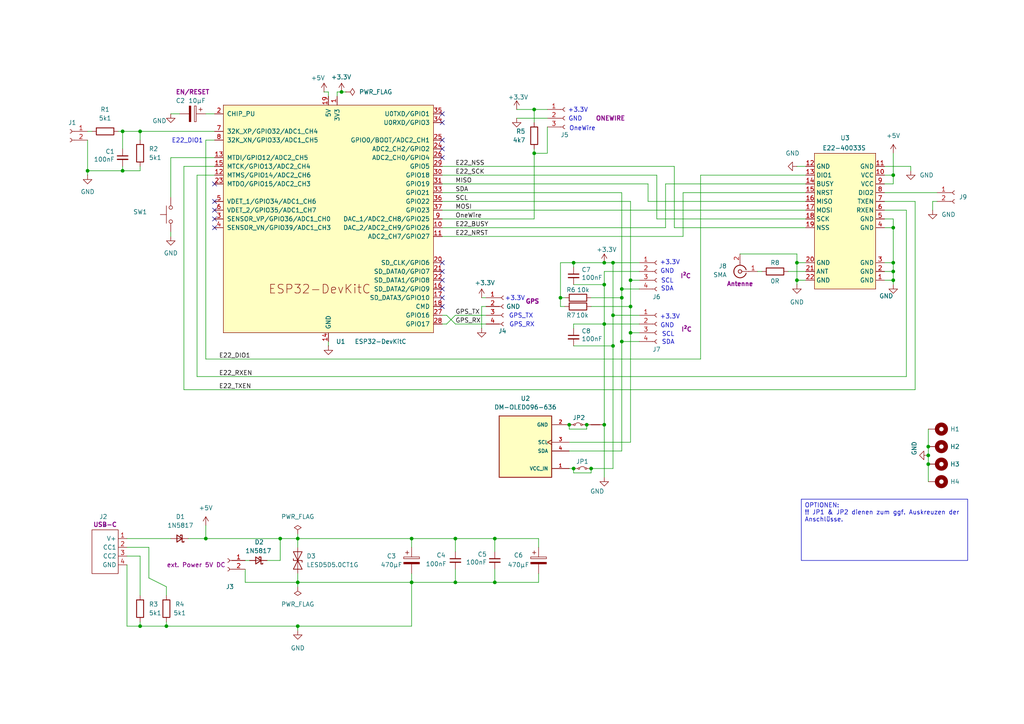
<source format=kicad_sch>
(kicad_sch (version 20231120) (generator "eeschema") (generator_version "8.0")
  (paper "A4")
  (title_block (title "ESP32 - E22 Board") (date "2024-10-11") (rev "V2.0.12") (company "DK9BT / OE3WAS"))
  (lib_symbols
    (symbol "Connector:Conn_01x02_Socket" (pin_names (offset 1.016) hide)
      (property "Reference" "J" (at 0 2.54 0))
      (property "Value" "Conn_01x02_Socket" (at 0 -5.08 0))
      (symbol "Conn_01x02_Socket_1_1"
        (arc (start 0 -2.032) (mid -0.5058 -2.54) (end 0 -3.048) (stroke (width 0.1524)))
        (polyline (pts (xy -1.27 -2.54) (xy -0.508 -2.54)) (stroke (width 0.1524)))
        (polyline (pts (xy -1.27 0) (xy -0.508 0)) (stroke (width 0.1524)))
        (arc (start 0 0.508) (mid -0.5058 0) (end 0 -0.508) (stroke (width 0.1524)))
        (pin passive line (at -5.08 0 0) (length 3.81) (name "Pin_1") (number "1"))
        (pin passive line (at -5.08 -2.54 0) (length 3.81) (name "Pin_2") (number "2"))
      )
    )
    (symbol "Connector:Conn_01x03_Socket" (pin_names (offset 1.016) hide)
      (property "Reference" "J" (at 0 5.08 0))
      (property "Value" "Conn_01x03_Socket" (at 0 -5.08 0))
      (symbol "Conn_01x03_Socket_1_1"
        (arc (start 0 -2.032) (mid -0.5058 -2.54) (end 0 -3.048) (stroke (width 0.1524)))
        (polyline (pts (xy -1.27 -2.54) (xy -0.508 -2.54)) (stroke (width 0.1524)))
        (polyline (pts (xy -1.27 0) (xy -0.508 0)) (stroke (width 0.1524)))
        (polyline (pts (xy -1.27 2.54) (xy -0.508 2.54)) (stroke (width 0.1524)))
        (arc (start 0 0.508) (mid -0.5058 0) (end 0 -0.508) (stroke (width 0.1524)))
        (arc (start 0 3.048) (mid -0.5058 2.54) (end 0 2.032) (stroke (width 0.1524)))
        (pin passive line (at -5.08 2.54 0) (length 3.81) (name "Pin_1") (number "1"))
        (pin passive line (at -5.08 0 0) (length 3.81) (name "Pin_2") (number "2"))
        (pin passive line (at -5.08 -2.54 0) (length 3.81) (name "Pin_3") (number "3"))
      )
    )
    (symbol "Connector:Conn_01x04_Socket" (pin_names (offset 1.016) hide)
      (property "Reference" "J" (at 0 5.08 0))
      (property "Value" "Conn_01x04_Socket" (at 0 -7.62 0))
      (symbol "Conn_01x04_Socket_1_1"
        (arc (start 0 -4.572) (mid -0.5058 -5.08) (end 0 -5.588) (stroke (width 0.1524)))
        (arc (start 0 -2.032) (mid -0.5058 -2.54) (end 0 -3.048) (stroke (width 0.1524)))
        (polyline (pts (xy -1.27 -5.08) (xy -0.508 -5.08)) (stroke (width 0.1524)))
        (polyline (pts (xy -1.27 -2.54) (xy -0.508 -2.54)) (stroke (width 0.1524)))
        (polyline (pts (xy -1.27 0) (xy -0.508 0)) (stroke (width 0.1524)))
        (polyline (pts (xy -1.27 2.54) (xy -0.508 2.54)) (stroke (width 0.1524)))
        (arc (start 0 0.508) (mid -0.5058 0) (end 0 -0.508) (stroke (width 0.1524)))
        (arc (start 0 3.048) (mid -0.5058 2.54) (end 0 2.032) (stroke (width 0.1524)))
        (pin passive line (at -5.08 2.54 0) (length 3.81) (name "Pin_1") (number "1"))
        (pin passive line (at -5.08 0 0) (length 3.81) (name "Pin_2") (number "2"))
        (pin passive line (at -5.08 -2.54 0) (length 3.81) (name "Pin_3") (number "3"))
        (pin passive line (at -5.08 -5.08 0) (length 3.81) (name "Pin_4") (number "4"))
      )
    )
    (symbol "Connector:Conn_Coaxial" (pin_names (offset 1.016) hide)
      (property "Reference" "J" (at 0.254 3.048 0))
      (property "Value" "Conn_Coaxial" (at 2.921 0 90))
      (symbol "Conn_Coaxial_0_1"
        (arc (start -1.778 -0.508) (mid 0.2311 -1.8066) (end 1.778 0) (stroke (width 0.254)))
        (polyline (pts (xy -2.54 0) (xy -0.508 0)))
        (polyline (pts (xy 0 -2.54) (xy 0 -1.778)))
        (circle (center 0 0) (radius 0.508) (stroke (width 0.2032)))
        (arc (start 1.778 0) (mid 0.2099 1.8101) (end -1.778 0.508) (stroke (width 0.254)))
      )
      (symbol "Conn_Coaxial_1_1"
        (pin passive line (at -5.08 0 0) (length 2.54) (name "In") (number "1"))
        (pin passive line (at 0 -5.08 90) (length 2.54) (name "Ext") (number "2"))
      )
    )
    (symbol "DM-OLED096-636:DM-OLED096-636" (pin_names (offset 1.016))
      (property "Reference" "U" (at -7.62 10.922 0))
      (property "Value" "DM-OLED096-636" (at -7.62 -10.16 0))
      (symbol "DM-OLED096-636_0_0"
        (rectangle (start -7.62 -7.62) (end 7.62 10.16) (stroke (width 0.254)) (fill (type background)))
        (pin input clock (at 12.7 2.54 180) (length 5.08) (name "SCL") (number "3"))
        (pin bidirectional line (at 12.7 0 180) (length 5.08) (name "SDA") (number "4"))
      )
      (symbol "DM-OLED096-636_1_0"
        (pin input line (at 12.7 -5.08 180) (length 5.08) (name "VCC_IN") (number "1"))
        (pin input line (at 12.7 7.62 180) (length 5.08) (name "GND") (number "2"))
      )
    )
    (symbol "Device:C_Polarized" (pin_numbers hide) (pin_names (offset 0.254))
      (property "Reference" "C" (at 0.635 2.54 0))
      (property "Value" "C_Polarized" (at 0.635 -2.54 0))
      (symbol "C_Polarized_0_1"
        (rectangle (start -2.286 0.508) (end 2.286 1.016))
        (polyline (pts (xy -1.778 2.286) (xy -0.762 2.286)))
        (polyline (pts (xy -1.27 2.794) (xy -1.27 1.778)))
        (rectangle (start 2.286 -0.508) (end -2.286 -1.016) (fill (type outline)))
      )
      (symbol "C_Polarized_1_1"
        (pin passive line (at 0 3.81 270) (length 2.794) (name "~") (number "1"))
        (pin passive line (at 0 -3.81 90) (length 2.794) (name "~") (number "2"))
      )
    )
    (symbol "Device:C_Small" (pin_numbers hide) (pin_names (offset 0.254) hide)
      (property "Reference" "C" (at 0.254 1.778 0))
      (property "Value" "C_Small" (at 0.254 -2.032 0))
      (symbol "C_Small_0_1"
        (polyline (pts (xy -1.524 -0.508) (xy 1.524 -0.508)) (stroke (width 0.3302)))
        (polyline (pts (xy -1.524 0.508) (xy 1.524 0.508)) (stroke (width 0.3048)))
      )
      (symbol "C_Small_1_1"
        (pin passive line (at 0 2.54 270) (length 2.032) (name "~") (number "1"))
        (pin passive line (at 0 -2.54 90) (length 2.032) (name "~") (number "2"))
      )
    )
    (symbol "Device:D_Schottky_Small" (pin_numbers hide) (pin_names (offset 0.254) hide)
      (property "Reference" "D" (at -1.27 2.032 0))
      (property "Value" "D_Schottky_Small" (at -7.112 -2.032 0))
      (symbol "D_Schottky_Small_0_1"
        (polyline (pts (xy -0.762 0) (xy 0.762 0)))
        (polyline (pts (xy 0.762 -1.016) (xy -0.762 0) (xy 0.762 1.016) (xy 0.762 -1.016)) (stroke (width 0.254)))
        (polyline (pts (xy -1.27 0.762) (xy -1.27 1.016) (xy -0.762 1.016) (xy -0.762 -1.016) (xy -0.254 -1.016) (xy -0.254 -0.762)) (stroke (width 0.254)))
      )
      (symbol "D_Schottky_Small_1_1"
        (pin passive line (at -2.54 0 0) (length 1.778) (name "K") (number "1"))
        (pin passive line (at 2.54 0 180) (length 1.778) (name "A") (number "2"))
      )
    )
    (symbol "Device:R" (pin_numbers hide) (pin_names (offset 0))
      (property "Reference" "R" (at 2.032 0 90))
      (property "Value" "R" (at 0 0 90))
      (symbol "R_0_1"
        (rectangle (start -1.016 -2.54) (end 1.016 2.54) (stroke (width 0.254)))
      )
      (symbol "R_1_1"
        (pin passive line (at 0 3.81 270) (length 1.27) (name "~") (number "1"))
        (pin passive line (at 0 -3.81 90) (length 1.27) (name "~") (number "2"))
      )
    )
    (symbol "Diode:SD05_SOD323" (pin_numbers hide) (pin_names (offset 1.016) hide)
      (property "Reference" "D" (at 0 2.54 0))
      (property "Value" "SD05_SOD323" (at 0 -2.54 0))
      (symbol "SD05_SOD323_0_1"
        (polyline (pts (xy 1.27 0) (xy -1.27 0)))
        (polyline (pts (xy -2.54 -1.27) (xy 0 0) (xy -2.54 1.27) (xy -2.54 -1.27)) (stroke (width 0.2032)))
        (polyline (pts (xy 0.508 1.27) (xy 0 1.27) (xy 0 -1.27) (xy -0.508 -1.27)) (stroke (width 0.2032)))
        (polyline (pts (xy 2.54 1.27) (xy 2.54 -1.27) (xy 0 0) (xy 2.54 1.27)) (stroke (width 0.2032)))
      )
      (symbol "SD05_SOD323_1_1"
        (pin passive line (at -3.81 0 0) (length 2.54) (name "A1") (number "1"))
        (pin passive line (at 3.81 0 180) (length 2.54) (name "A2") (number "2"))
      )
    )
    (symbol "E22:E22_400M33S"
      (property "Value" "~" (at 0 0 0))
      (property "Footprint" "footprints_local:E22-400M33S" (at 8.89 1.905 0))
      (symbol "E22_400M33S_1_1"
        (rectangle (start 0 0) (end 17.78 -39.37) (fill (type background)))
        (pin power_in line (at 20.32 -36.83 180) (length 2.54) (name "GND") (number "1"))
        (pin power_in line (at 20.32 -6.35 180) (length 2.54) (name "VCC") (number "10"))
        (pin power_in line (at 20.32 -3.81 180) (length 2.54) (name "GND") (number "11"))
        (pin power_in line (at -2.54 -3.81 0) (length 2.54) (name "GND") (number "12"))
        (pin bidirectional line (at -2.54 -6.35 0) (length 2.54) (name "DIO1") (number "13"))
        (pin output line (at -2.54 -8.89 0) (length 2.54) (name "BUSY") (number "14"))
        (pin input line (at -2.54 -11.43 0) (length 2.54) (name "NRST") (number "15"))
        (pin output line (at -2.54 -13.97 0) (length 2.54) (name "MISO") (number "16"))
        (pin input line (at -2.54 -16.51 0) (length 2.54) (name "MOSI") (number "17"))
        (pin input line (at -2.54 -19.05 0) (length 2.54) (name "SCK") (number "18"))
        (pin input line (at -2.54 -21.59 0) (length 2.54) (name "NSS") (number "19"))
        (pin power_in line (at 20.32 -34.29 180) (length 2.54) (name "GND") (number "2"))
        (pin power_in line (at -2.54 -31.75 0) (length 2.54) (name "GND") (number "20"))
        (pin bidirectional line (at -2.54 -34.29 0) (length 2.54) (name "ANT") (number "21"))
        (pin power_in line (at -2.54 -36.83 0) (length 2.54) (name "GND") (number "22"))
        (pin power_in line (at 20.32 -31.75 180) (length 2.54) (name "GND") (number "3"))
        (pin power_in line (at 20.32 -21.59 180) (length 2.54) (name "GND") (number "4"))
        (pin power_in line (at 20.32 -19.05 180) (length 2.54) (name "GND") (number "5"))
        (pin input line (at 20.32 -16.51 180) (length 2.54) (name "RXEN") (number "6"))
        (pin input line (at 20.32 -13.97 180) (length 2.54) (name "TXEN") (number "7"))
        (pin bidirectional line (at 20.32 -11.43 180) (length 2.54) (name "DIO2") (number "8"))
        (pin power_in line (at 20.32 -8.89 180) (length 2.54) (name "VCC") (number "9"))
      )
    )
    (symbol "ESP32:ESP32-DevKitC" (pin_names (offset 1.016))
      (property "Reference" "U" (at -30.48 38.1 0))
      (property "Value" "ESP32-DevKitC" (at -30.48 35.56 0))
      (symbol "ESP32-DevKitC_0_0"
        (text "ESP32-DevKitC" (at -2.54 -20.32 0) (effects (font (size 2.54 2.54))))
        (pin power_in line (at 0 -35.56 90) (length 2.54) (name "GND") (number "14"))
        (pin power_in line (at 0 35.56 270) (length 2.54) (name "5V") (number "19"))
      )
      (symbol "ESP32-DevKitC_0_1"
        (rectangle (start -30.48 33.02) (end 30.48 -33.02) (fill (type background)))
      )
      (symbol "ESP32-DevKitC_1_1"
        (pin power_in line (at 2.54 35.56 270) (length 2.54) (name "3V3") (number "1"))
        (pin bidirectional line (at 33.02 -2.54 180) (length 2.54) (name "DAC_2/ADC2_CH9/GPIO26") (number "10"))
        (pin bidirectional line (at 33.02 -5.08 180) (length 2.54) (name "ADC2_CH7/GPIO27") (number "11"))
        (pin bidirectional line (at -33.02 12.7 0) (length 2.54) (name "MTMS/GPIO14/ADC2_CH6") (number "12"))
        (pin bidirectional line (at -33.02 17.78 0) (length 2.54) (name "MTDI/GPIO12/ADC2_CH5") (number "13"))
        (pin bidirectional line (at -33.02 15.24 0) (length 2.54) (name "MTCK/GPIO13/ADC2_CH4") (number "15"))
        (pin bidirectional line (at 33.02 -20.32 180) (length 2.54) (name "SD_DATA2/GPIO9") (number "16"))
        (pin bidirectional line (at 33.02 -22.86 180) (length 2.54) (name "SD_DATA3/GPIO10") (number "17"))
        (pin bidirectional line (at 33.02 -25.4 180) (length 2.54) (name "CMD") (number "18"))
        (pin input line (at -33.02 30.48 0) (length 2.54) (name "CHIP_PU") (number "2"))
        (pin bidirectional line (at 33.02 -12.7 180) (length 2.54) (name "SD_CLK/GPIO6") (number "20"))
        (pin bidirectional line (at 33.02 -15.24 180) (length 2.54) (name "SD_DATA0/GPIO7") (number "21"))
        (pin bidirectional line (at 33.02 -17.78 180) (length 2.54) (name "SD_DATA1/GPIO8") (number "22"))
        (pin bidirectional line (at -33.02 10.16 0) (length 2.54) (name "MTDO/GPIO15/ADC2_CH3") (number "23"))
        (pin bidirectional line (at 33.02 20.32 180) (length 2.54) (name "ADC2_CH2/GPIO2") (number "24"))
        (pin bidirectional line (at 33.02 22.86 180) (length 2.54) (name "GPIO0/BOOT/ADC2_CH1") (number "25"))
        (pin bidirectional line (at 33.02 17.78 180) (length 2.54) (name "ADC2_CH0/GPIO4") (number "26"))
        (pin bidirectional line (at 33.02 -27.94 180) (length 2.54) (name "GPIO16") (number "27"))
        (pin bidirectional line (at 33.02 -30.48 180) (length 2.54) (name "GPIO17") (number "28"))
        (pin bidirectional line (at 33.02 15.24 180) (length 2.54) (name "GPIO5") (number "29"))
        (pin input line (at -33.02 0 0) (length 2.54) (name "SENSOR_VP/GPIO36/ADC1_CH0") (number "3"))
        (pin bidirectional line (at 33.02 12.7 180) (length 2.54) (name "GPIO18") (number "30"))
        (pin bidirectional line (at 33.02 10.16 180) (length 2.54) (name "GPIO19") (number "31"))
        (pin passive line (at 0 -35.56 90) (length 2.54) hide (name "GND") (number "32"))
        (pin bidirectional line (at 33.02 7.62 180) (length 2.54) (name "GPIO21") (number "33"))
        (pin bidirectional line (at 33.02 27.94 180) (length 2.54) (name "U0RXD/GPIO3") (number "34"))
        (pin bidirectional line (at 33.02 30.48 180) (length 2.54) (name "U0TXD/GPIO1") (number "35"))
        (pin bidirectional line (at 33.02 5.08 180) (length 2.54) (name "GPIO22") (number "36"))
        (pin bidirectional line (at 33.02 2.54 180) (length 2.54) (name "GPIO23") (number "37"))
        (pin passive line (at 0 -35.56 90) (length 2.54) hide (name "GND") (number "38"))
        (pin input line (at -33.02 -2.54 0) (length 2.54) (name "SENSOR_VN/GPIO39/ADC1_CH3") (number "4"))
        (pin input line (at -33.02 5.08 0) (length 2.54) (name "VDET_1/GPIO34/ADC1_CH6") (number "5"))
        (pin input line (at -33.02 2.54 0) (length 2.54) (name "VDET_2/GPIO35/ADC1_CH7") (number "6"))
        (pin bidirectional line (at -33.02 25.4 0) (length 2.54) (name "32K_XP/GPIO32/ADC1_CH4") (number "7"))
        (pin bidirectional line (at -33.02 22.86 0) (length 2.54) (name "32K_XN/GPIO33/ADC1_CH5") (number "8"))
        (pin bidirectional line (at 33.02 0 180) (length 2.54) (name "DAC_1/ADC2_CH8/GPIO25") (number "9"))
      )
    )
    (symbol "Jumper:Jumper_2_Small_Bridged" (pin_numbers hide) (pin_names (offset 0) hide) (exclude_from_sim yes)
      (property "Reference" "JP" (at 0 2.032 0))
      (property "Value" "Jumper_2_Small_Bridged" (at 0 -2.286 0))
      (symbol "Jumper_2_Small_Bridged_0_0"
        (circle (center -1.016 0) (radius 0.254))
        (circle (center 1.016 0) (radius 0.254))
      )
      (symbol "Jumper_2_Small_Bridged_0_1"
        (arc (start 0.762 0.254) (mid 0 0.5696) (end -0.762 0.254))
      )
      (symbol "Jumper_2_Small_Bridged_1_1"
        (pin passive line (at -2.54 0 0) (length 1.27) (name "A") (number "1"))
        (pin passive line (at 2.54 0 180) (length 1.27) (name "B") (number "2"))
      )
    )
    (symbol "Mechanical:MountingHole_Pad" (pin_numbers hide) (pin_names (offset 1.016) hide) (exclude_from_sim yes) (in_bom no)
      (property "Reference" "H" (at 0 6.35 0))
      (property "Value" "MountingHole_Pad" (at 0 4.445 0))
      (symbol "MountingHole_Pad_0_1"
        (circle (center 0 1.27) (radius 1.27) (stroke (width 1.27)))
      )
      (symbol "MountingHole_Pad_1_1"
        (pin input line (at 0 -2.54 90) (length 2.54) (name "1") (number "1"))
      )
    )
    (symbol "NetTie:NetTie_2" (pin_numbers hide) (pin_names (offset 0) hide) (in_bom no)
      (property "Reference" "NT" (at 0 1.27 0))
      (property "Value" "NetTie_2" (at 0 -1.27 0))
      (symbol "NetTie_2_0_1"
        (polyline (pts (xy -1.27 0) (xy 1.27 0)) (stroke (width 0.254)))
      )
      (symbol "NetTie_2_1_1"
        (pin passive line (at -2.54 0 0) (length 2.54) (name "1") (number "1"))
        (pin passive line (at 2.54 0 180) (length 2.54) (name "2") (number "2"))
      )
    )
    (symbol "Switch:SW_Push" (pin_numbers hide) (pin_names (offset 1.016) hide)
      (property "Reference" "SW" (at 1.27 2.54 0))
      (property "Value" "SW_Push" (at 0 -1.524 0))
      (symbol "SW_Push_0_1"
        (circle (center -2.032 0) (radius 0.508))
        (polyline (pts (xy 0 1.27) (xy 0 3.048)))
        (polyline (pts (xy 2.54 1.27) (xy -2.54 1.27)))
        (circle (center 2.032 0) (radius 0.508))
        (pin passive line (at -5.08 0 0) (length 2.54) (name "1") (number "1"))
        (pin passive line (at 5.08 0 180) (length 2.54) (name "2") (number "2"))
      )
    )
    (symbol "USB-C:USB-C_vert"
      (property "Reference" "J" (at 1.016 -1.27 0))
      (symbol "USB-C_vert_0_1"
        (rectangle (start 0 12.7) (end 7.62 0))
      )
      (symbol "USB-C_vert_1_1"
        (pin output line (at 10.16 10.16 180) (length 2.54) (name "V+") (number "1"))
        (pin passive line (at 10.16 7.62 180) (length 2.54) (name "CC1") (number "2"))
        (pin passive line (at 10.16 5.08 180) (length 2.54) (name "CC2") (number "3"))
        (pin power_in line (at 10.16 2.54 180) (length 2.54) (name "GND") (number "4"))
      )
    )
    (symbol "power:+3.3V" (power) (pin_numbers hide) (pin_names (offset 0) hide)
      (property "Value" "+3.3V" (at 0 3.556 0))
      (symbol "+3.3V_0_1"
        (polyline (pts (xy -0.762 1.27) (xy 0 2.54)))
        (polyline (pts (xy 0 0) (xy 0 2.54)))
        (polyline (pts (xy 0 2.54) (xy 0.762 1.27)))
      )
      (symbol "+3.3V_1_1"
        (pin power_in line (at 0 0 90) (length 0) (name "~") (number "1"))
      )
    )
    (symbol "power:+5V" (power) (pin_numbers hide) (pin_names (offset 0) hide)
      (property "Value" "+5V" (at 0 3.556 0))
      (symbol "+5V_0_1"
        (polyline (pts (xy -0.762 1.27) (xy 0 2.54)))
        (polyline (pts (xy 0 0) (xy 0 2.54)))
        (polyline (pts (xy 0 2.54) (xy 0.762 1.27)))
      )
      (symbol "+5V_1_1"
        (pin power_in line (at 0 0 90) (length 0) (name "~") (number "1"))
      )
    )
    (symbol "power:GND" (power) (pin_numbers hide) (pin_names (offset 0) hide)
      (property "Value" "GND" (at 0 -3.81 0))
      (symbol "GND_0_1"
        (polyline (pts (xy 0 0) (xy 0 -1.27) (xy 1.27 -1.27) (xy 0 -2.54) (xy -1.27 -1.27) (xy 0 -1.27)))
      )
      (symbol "GND_1_1"
        (pin power_in line (at 0 0 270) (length 0) (name "~") (number "1"))
      )
    )
    (symbol "power:PWR_FLAG" (power) (pin_numbers hide) (pin_names (offset 0) hide)
      (property "Value" "PWR_FLAG" (at 0 3.81 0))
      (symbol "PWR_FLAG_0_0"
        (pin power_out line (at 0 0 90) (length 0) (name "~") (number "1"))
      )
      (symbol "PWR_FLAG_0_1"
        (polyline (pts (xy 0 0) (xy 0 1.27) (xy -1.016 1.905) (xy 0 2.54) (xy 1.016 1.905) (xy 0 1.27)))
      )
    )
  )
  (junction (at 166.37 76.2))
  (junction (at 171.45 135.89))
  (junction (at 182.88 96.52))
  (junction (at 269.24 129.54))
  (junction (at 175.26 123.19))
  (junction (at 81.28 156.21))
  (junction (at 165.1 123.19))
  (junction (at 180.34 99.06))
  (junction (at 35.56 49.53))
  (junction (at 180.34 83.82))
  (junction (at 182.88 81.28))
  (junction (at 259.08 50.8))
  (junction (at 154.94 44.45))
  (junction (at 177.8 91.44))
  (junction (at 132.08 156.21))
  (junction (at 259.08 76.2))
  (junction (at 231.14 81.28))
  (junction (at 119.38 156.21))
  (junction (at 175.26 76.2))
  (junction (at 119.38 168.91))
  (junction (at 177.8 76.2))
  (junction (at 59.69 156.21))
  (junction (at 177.8 100.33))
  (junction (at 48.26 181.61))
  (junction (at 162.56 86.36))
  (junction (at 40.64 181.61))
  (junction (at 143.51 168.91))
  (junction (at 170.18 123.19))
  (junction (at 86.36 156.21))
  (junction (at 35.56 38.1))
  (junction (at 259.08 78.74))
  (junction (at 182.88 88.9))
  (junction (at 259.08 81.28))
  (junction (at 143.51 156.21))
  (junction (at 25.4 49.53))
  (junction (at 132.08 168.91))
  (junction (at 86.36 181.61))
  (junction (at 175.26 93.98))
  (junction (at 99.06 26.67))
  (junction (at 166.37 135.89))
  (junction (at 259.08 66.04))
  (junction (at 231.14 76.2))
  (junction (at 86.36 168.91))
  (junction (at 154.94 31.75))
  (junction (at 175.26 82.55))
  (junction (at 269.24 134.62))
  (junction (at 40.64 38.1))
  (junction (at 180.34 86.36))
  (junction (at 269.24 132.08))
  (no_connect (at 128.27 83.82))
  (no_connect (at 128.27 33.02))
  (no_connect (at 62.23 53.34))
  (no_connect (at 128.27 78.74))
  (no_connect (at 128.27 81.28))
  (no_connect (at 62.23 63.5))
  (no_connect (at 62.23 66.04))
  (no_connect (at 128.27 43.18))
  (no_connect (at 62.23 58.42))
  (no_connect (at 128.27 35.56))
  (no_connect (at 128.27 45.72))
  (no_connect (at 128.27 88.9))
  (no_connect (at 128.27 40.64))
  (no_connect (at 128.27 76.2))
  (no_connect (at 128.27 86.36))
  (no_connect (at 62.23 60.96))
  (wire (pts (xy 40.64 38.1) (xy 62.23 38.1)))
  (wire (pts (xy 170.18 123.19) (xy 170.18 124.46)))
  (wire (pts (xy 166.37 93.98) (xy 175.26 93.98)))
  (wire (pts (xy 166.37 76.2) (xy 166.37 77.47)))
  (wire (pts (xy 171.45 88.9) (xy 182.88 88.9)))
  (wire (pts (xy 35.56 49.53) (xy 40.64 49.53)))
  (wire (pts (xy 40.64 181.61) (xy 48.26 181.61)))
  (wire (pts (xy 143.51 165.1) (xy 143.51 168.91)))
  (wire (pts (xy 175.26 82.55) (xy 175.26 93.98)))
  (wire (pts (xy 49.53 45.72) (xy 62.23 45.72)))
  (wire (pts (xy 233.68 81.28) (xy 231.14 81.28)))
  (wire (pts (xy 132.08 165.1) (xy 132.08 168.91)))
  (wire (pts (xy 59.69 33.02) (xy 62.23 33.02)))
  (wire (pts (xy 48.26 181.61) (xy 86.36 181.61)))
  (wire (pts (xy 259.08 53.34) (xy 259.08 50.8)))
  (wire (pts (xy 128.27 55.88) (xy 180.34 55.88)))
  (wire (pts (xy 259.08 50.8) (xy 259.08 44.45)))
  (wire (pts (xy 53.34 113.03) (xy 265.43 113.03)))
  (wire (pts (xy 54.61 156.21) (xy 59.69 156.21)))
  (wire (pts (xy 86.36 156.21) (xy 86.36 158.75)))
  (wire (pts (xy 143.51 168.91) (xy 156.21 168.91)))
  (wire (pts (xy 162.56 88.9) (xy 163.83 88.9)))
  (wire (pts (xy 177.8 91.44) (xy 177.8 100.33)))
  (wire (pts (xy 198.12 55.88) (xy 198.12 68.58)))
  (wire (pts (xy 259.08 82.55) (xy 259.08 81.28)))
  (wire (pts (xy 180.34 99.06) (xy 180.34 130.81)))
  (wire (pts (xy 166.37 76.2) (xy 175.26 76.2)))
  (wire (pts (xy 59.69 104.14) (xy 203.2 104.14)))
  (wire (pts (xy 158.75 36.83) (xy 158.75 44.45)))
  (wire (pts (xy 129.54 93.98) (xy 132.08 91.44)))
  (wire (pts (xy 269.24 134.62) (xy 269.24 139.7)))
  (wire (pts (xy 180.34 55.88) (xy 180.34 83.82)))
  (wire (pts (xy 57.15 50.8) (xy 57.15 109.22)))
  (wire (pts (xy 139.7 88.9) (xy 139.7 95.25)))
  (wire (pts (xy 40.64 161.29) (xy 40.64 172.72)))
  (wire (pts (xy 171.45 137.16) (xy 171.45 135.89)))
  (wire (pts (xy 49.53 33.02) (xy 52.07 33.02)))
  (wire (pts (xy 25.4 49.53) (xy 35.56 49.53)))
  (wire (pts (xy 198.12 55.88) (xy 233.68 55.88)))
  (wire (pts (xy 256.54 48.26) (xy 264.16 48.26)))
  (wire (pts (xy 119.38 156.21) (xy 132.08 156.21)))
  (wire (pts (xy 154.94 44.45) (xy 154.94 43.18)))
  (wire (pts (xy 128.27 50.8) (xy 190.5 50.8)))
  (wire (pts (xy 132.08 168.91) (xy 143.51 168.91)))
  (wire (pts (xy 36.83 161.29) (xy 40.64 161.29)))
  (wire (pts (xy 86.36 156.21) (xy 119.38 156.21)))
  (wire (pts (xy 162.56 86.36) (xy 163.83 86.36)))
  (wire (pts (xy 259.08 81.28) (xy 259.08 78.74)))
  (wire (pts (xy 128.27 63.5) (xy 154.94 63.5)))
  (wire (pts (xy 256.54 53.34) (xy 259.08 53.34)))
  (wire (pts (xy 129.54 91.44) (xy 132.08 93.98)))
  (wire (pts (xy 119.38 166.37) (xy 119.38 168.91)))
  (wire (pts (xy 180.34 99.06) (xy 185.42 99.06)))
  (wire (pts (xy 180.34 86.36) (xy 180.34 99.06)))
  (wire (pts (xy 49.53 67.31) (xy 49.53 68.58)))
  (wire (pts (xy 97.79 26.67) (xy 97.79 27.94)))
  (wire (pts (xy 86.36 154.94) (xy 86.36 156.21)))
  (wire (pts (xy 99.06 26.67) (xy 100.33 26.67)))
  (wire (pts (xy 36.83 181.61) (xy 40.64 181.61)))
  (wire (pts (xy 259.08 66.04) (xy 259.08 76.2)))
  (wire (pts (xy 86.36 181.61) (xy 86.36 182.88)))
  (wire (pts (xy 165.1 124.46) (xy 170.18 124.46)))
  (wire (pts (xy 81.28 156.21) (xy 86.36 156.21)))
  (wire (pts (xy 86.36 166.37) (xy 86.36 168.91)))
  (wire (pts (xy 62.23 40.64) (xy 59.69 40.64)))
  (wire (pts (xy 162.56 76.2) (xy 166.37 76.2)))
  (wire (pts (xy 62.23 50.8) (xy 57.15 50.8)))
  (wire (pts (xy 270.51 58.42) (xy 270.51 60.96)))
  (wire (pts (xy 256.54 55.88) (xy 271.78 55.88)))
  (wire (pts (xy 175.26 93.98) (xy 185.42 93.98)))
  (wire (pts (xy 177.8 91.44) (xy 177.8 76.2)))
  (wire (pts (xy 177.8 76.2) (xy 185.42 76.2)))
  (wire (pts (xy 180.34 83.82) (xy 180.34 86.36)))
  (wire (pts (xy 128.27 60.96) (xy 233.68 60.96)))
  (wire (pts (xy 233.68 48.26) (xy 231.14 48.26)))
  (wire (pts (xy 132.08 91.44) (xy 140.97 91.44)))
  (wire (pts (xy 165.1 130.81) (xy 180.34 130.81)))
  (wire (pts (xy 128.27 53.34) (xy 187.96 53.34)))
  (wire (pts (xy 259.08 63.5) (xy 259.08 66.04)))
  (wire (pts (xy 162.56 86.36) (xy 162.56 88.9)))
  (wire (pts (xy 95.25 99.06) (xy 95.25 100.33)))
  (wire (pts (xy 269.24 132.08) (xy 269.24 134.62)))
  (wire (pts (xy 269.24 129.54) (xy 269.24 132.08)))
  (wire (pts (xy 175.26 78.74) (xy 175.26 82.55)))
  (wire (pts (xy 203.2 50.8) (xy 233.68 50.8)))
  (wire (pts (xy 95.25 26.67) (xy 95.25 27.94)))
  (wire (pts (xy 40.64 180.34) (xy 40.64 181.61)))
  (wire (pts (xy 59.69 152.4) (xy 59.69 156.21)))
  (wire (pts (xy 228.6 78.74) (xy 233.68 78.74)))
  (wire (pts (xy 190.5 50.8) (xy 190.5 63.5)))
  (wire (pts (xy 128.27 68.58) (xy 198.12 68.58)))
  (wire (pts (xy 154.94 44.45) (xy 154.94 63.5)))
  (wire (pts (xy 256.54 81.28) (xy 259.08 81.28)))
  (wire (pts (xy 81.28 156.21) (xy 81.28 162.56)))
  (wire (pts (xy 143.51 156.21) (xy 143.51 160.02)))
  (wire (pts (xy 34.29 38.1) (xy 35.56 38.1)))
  (wire (pts (xy 262.89 60.96) (xy 262.89 109.22)))
  (wire (pts (xy 36.83 158.75) (xy 43.18 158.75)))
  (wire (pts (xy 128.27 48.26) (xy 195.58 48.26)))
  (wire (pts (xy 165.1 128.27) (xy 182.88 128.27)))
  (wire (pts (xy 129.54 93.98) (xy 128.27 93.98)))
  (wire (pts (xy 25.4 38.1) (xy 26.67 38.1)))
  (wire (pts (xy 149.86 31.75) (xy 154.94 31.75)))
  (wire (pts (xy 81.28 162.56) (xy 77.47 162.56)))
  (wire (pts (xy 57.15 109.22) (xy 262.89 109.22)))
  (wire (pts (xy 182.88 96.52) (xy 185.42 96.52)))
  (wire (pts (xy 256.54 63.5) (xy 259.08 63.5)))
  (wire (pts (xy 99.06 26.67) (xy 97.79 26.67)))
  (wire (pts (xy 259.08 76.2) (xy 259.08 78.74)))
  (wire (pts (xy 40.64 38.1) (xy 40.64 40.64)))
  (wire (pts (xy 177.8 91.44) (xy 185.42 91.44)))
  (wire (pts (xy 182.88 58.42) (xy 182.88 81.28)))
  (wire (pts (xy 71.12 168.91) (xy 86.36 168.91)))
  (wire (pts (xy 214.63 73.66) (xy 231.14 73.66)))
  (wire (pts (xy 175.26 123.19) (xy 175.26 138.43)))
  (wire (pts (xy 156.21 166.37) (xy 156.21 168.91)))
  (wire (pts (xy 132.08 156.21) (xy 132.08 160.02)))
  (wire (pts (xy 177.8 76.2) (xy 175.26 76.2)))
  (wire (pts (xy 36.83 163.83) (xy 36.83 181.61)))
  (wire (pts (xy 119.38 168.91) (xy 132.08 168.91)))
  (wire (pts (xy 256.54 78.74) (xy 259.08 78.74)))
  (wire (pts (xy 177.8 135.89) (xy 171.45 135.89)))
  (wire (pts (xy 175.26 93.98) (xy 175.26 123.19)))
  (wire (pts (xy 143.51 156.21) (xy 156.21 156.21)))
  (wire (pts (xy 219.71 78.74) (xy 220.98 78.74)))
  (wire (pts (xy 256.54 60.96) (xy 262.89 60.96)))
  (wire (pts (xy 165.1 123.19) (xy 165.1 124.46)))
  (wire (pts (xy 36.83 156.21) (xy 49.53 156.21)))
  (wire (pts (xy 154.94 44.45) (xy 158.75 44.45)))
  (wire (pts (xy 128.27 58.42) (xy 182.88 58.42)))
  (wire (pts (xy 43.18 158.75) (xy 43.18 167.64)))
  (wire (pts (xy 149.86 34.29) (xy 158.75 34.29)))
  (wire (pts (xy 86.36 181.61) (xy 119.38 181.61)))
  (wire (pts (xy 71.12 162.56) (xy 72.39 162.56)))
  (wire (pts (xy 190.5 63.5) (xy 233.68 63.5)))
  (wire (pts (xy 25.4 49.53) (xy 25.4 50.8)))
  (wire (pts (xy 270.51 58.42) (xy 271.78 58.42)))
  (wire (pts (xy 132.08 156.21) (xy 143.51 156.21)))
  (wire (pts (xy 256.54 66.04) (xy 259.08 66.04)))
  (wire (pts (xy 119.38 168.91) (xy 119.38 181.61)))
  (wire (pts (xy 128.27 66.04) (xy 193.04 66.04)))
  (wire (pts (xy 119.38 156.21) (xy 119.38 158.75)))
  (wire (pts (xy 264.16 49.53) (xy 264.16 48.26)))
  (wire (pts (xy 256.54 76.2) (xy 259.08 76.2)))
  (wire (pts (xy 177.8 100.33) (xy 177.8 135.89)))
  (wire (pts (xy 187.96 53.34) (xy 187.96 58.42)))
  (wire (pts (xy 48.26 180.34) (xy 48.26 181.61)))
  (wire (pts (xy 166.37 82.55) (xy 175.26 82.55)))
  (wire (pts (xy 182.88 96.52) (xy 182.88 128.27)))
  (wire (pts (xy 93.98 26.67) (xy 95.25 26.67)))
  (wire (pts (xy 256.54 50.8) (xy 259.08 50.8)))
  (wire (pts (xy 129.54 91.44) (xy 128.27 91.44)))
  (wire (pts (xy 35.56 38.1) (xy 40.64 38.1)))
  (wire (pts (xy 203.2 50.8) (xy 203.2 104.14)))
  (wire (pts (xy 193.04 53.34) (xy 193.04 66.04)))
  (wire (pts (xy 193.04 53.34) (xy 233.68 53.34)))
  (wire (pts (xy 265.43 113.03) (xy 265.43 58.42)))
  (wire (pts (xy 62.23 48.26) (xy 53.34 48.26)))
  (wire (pts (xy 231.14 76.2) (xy 231.14 81.28)))
  (wire (pts (xy 43.18 167.64) (xy 48.26 170.18)))
  (wire (pts (xy 231.14 81.28) (xy 231.14 82.55)))
  (wire (pts (xy 269.24 124.46) (xy 269.24 129.54)))
  (wire (pts (xy 166.37 93.98) (xy 166.37 95.25)))
  (wire (pts (xy 139.7 88.9) (xy 140.97 88.9)))
  (wire (pts (xy 59.69 40.64) (xy 59.69 104.14)))
  (wire (pts (xy 180.34 83.82) (xy 185.42 83.82)))
  (wire (pts (xy 35.56 38.1) (xy 35.56 43.18)))
  (wire (pts (xy 40.64 49.53) (xy 40.64 48.26)))
  (wire (pts (xy 182.88 81.28) (xy 185.42 81.28)))
  (wire (pts (xy 166.37 100.33) (xy 177.8 100.33)))
  (wire (pts (xy 233.68 76.2) (xy 231.14 76.2)))
  (wire (pts (xy 182.88 81.28) (xy 182.88 88.9)))
  (wire (pts (xy 71.12 165.1) (xy 71.12 168.91)))
  (wire (pts (xy 187.96 58.42) (xy 233.68 58.42)))
  (wire (pts (xy 171.45 86.36) (xy 180.34 86.36)))
  (wire (pts (xy 182.88 88.9) (xy 182.88 96.52)))
  (wire (pts (xy 53.34 48.26) (xy 53.34 113.03)))
  (wire (pts (xy 165.1 135.89) (xy 166.37 135.89)))
  (wire (pts (xy 139.7 86.36) (xy 140.97 86.36)))
  (wire (pts (xy 162.56 76.2) (xy 162.56 86.36)))
  (wire (pts (xy 35.56 49.53) (xy 35.56 48.26)))
  (wire (pts (xy 231.14 73.66) (xy 231.14 76.2)))
  (wire (pts (xy 59.69 156.21) (xy 81.28 156.21)))
  (wire (pts (xy 195.58 48.26) (xy 195.58 66.04)))
  (wire (pts (xy 166.37 135.89) (xy 166.37 137.16)))
  (wire (pts (xy 195.58 66.04) (xy 233.68 66.04)))
  (wire (pts (xy 48.26 170.18) (xy 48.26 172.72)))
  (wire (pts (xy 25.4 40.64) (xy 25.4 49.53)))
  (wire (pts (xy 86.36 168.91) (xy 86.36 170.18)))
  (wire (pts (xy 256.54 58.42) (xy 265.43 58.42)))
  (wire (pts (xy 156.21 156.21) (xy 156.21 158.75)))
  (wire (pts (xy 49.53 57.15) (xy 49.53 45.72)))
  (wire (pts (xy 166.37 137.16) (xy 171.45 137.16)))
  (wire (pts (xy 154.94 35.56) (xy 154.94 31.75)))
  (wire (pts (xy 132.08 93.98) (xy 140.97 93.98)))
  (wire (pts (xy 154.94 31.75) (xy 158.75 31.75)))
  (wire (pts (xy 175.26 78.74) (xy 185.42 78.74)))
  (wire (pts (xy 86.36 168.91) (xy 119.38 168.91)))
  (text_box "OPTIONEN:\n!! JP1 & JP2 dienen zum ggf. Auskreuzen der Anschlüsse." (exclude_from_sim yes) (at 232.41 144.78 0) (size 48.26 17.78) (effects (font (size 1.27 1.27)) (justify left top)))
  (text "GND" (at 193.548 94.488 0) (effects (font (size 1.27 1.27))))
  (text "SCL" (at 193.548 81.534 0) (effects (font (size 1.27 1.27))))
  (text "GND" (at 193.548 78.74 0) (effects (font (size 1.27 1.27))))
  (text "SCL" (at 193.802 97.028 0) (effects (font (size 1.27 1.27))))
  (text "+3.3V" (at 149.352 86.614 0) (effects (font (size 1.27 1.27))))
  (text "GND" (at 166.878 34.544 0) (effects (font (size 1.27 1.27))))
  (text "GPS_TX" (at 151.13 91.694 0) (effects (font (size 1.27 1.27))))
  (text "OneWire" (at 168.91 37.338 0) (effects (font (size 1.27 1.27))))
  (text "SDA" (at 193.802 99.314 0) (effects (font (size 1.27 1.27))))
  (text "SDA" (at 193.548 83.82 0) (effects (font (size 1.27 1.27))))
  (text "+3.3V" (at 194.31 76.2 0) (effects (font (size 1.27 1.27))))
  (text "GPS_RX" (at 151.384 94.234 0) (effects (font (size 1.27 1.27))))
  (text "+3.3V" (at 194.31 91.948 0) (effects (font (size 1.27 1.27))))
  (text "E22_DIO1" (at 54.356 40.894 0) (effects (font (size 1.27 1.27))))
  (text "+3.3V" (at 167.64 32.004 0) (effects (font (size 1.27 1.27))))
  (label "E22_NRST" (at 132.08 68.58 0))
  (label "SCL" (at 132.08 58.42 0))
  (label "E22_BUSY" (at 132.08 66.04 0))
  (label "GPS_TX" (at 132.08 91.44 0))
  (label "E22_SCK" (at 132.08 50.8 0))
  (label "E22_RXEN" (at 63.5 109.22 0))
  (label "E22_DIO1" (at 63.5 104.14 0))
  (label "E22_TXEN" (at 63.5 113.03 0))
  (label "GPS_RX" (at 132.08 93.98 0))
  (label "MISO" (at 132.08 53.34 0))
  (label "SDA" (at 132.08 55.88 0))
  (label "MOSI" (at 132.08 60.96 0))
  (label "E22_NSS" (at 132.08 48.26 0))
  (label "OneWire" (at 132.08 63.5 0))
  (symbol (lib_id "Device:R") (at 30.48 38.1 90) (unit 1)
    (property "Reference" "R1" (at 30.48 31.75 90))
    (property "Value" "5k1" (at 30.48 34.29 90))
    (property "Footprint" "Resistor_THT:R_Axial_DIN0207_L6.3mm_D2.5mm_P7.62mm_Horizontal" (effects (hide yes)))
    (property "Description" "Resistor" (effects (hide yes)))
  )
  (symbol (lib_id "Device:D_Schottky_Small") (at 74.93 162.56 180) (unit 1)
    (property "Reference" "D2" (at 75.184 157.226 0))
    (property "Value" "1N5817" (at 74.93 159.766 0))
    (property "Footprint" "Diode_THT:D_DO-41_SOD81_P7.62mm_Horizontal" (effects (hide yes)))
    (property "Description" "Schottky diode, small symbol" (effects (hide yes)))
  )
  (symbol (lib_id "Connector:Conn_01x04_Socket") (at 190.5 93.98 0) (unit 1)
    (property "Reference" "J7" (at 189.23 101.346 0) (effects (justify left)))
    (property "Value" "Conn_01x04_Socket" (effects (hide yes)))
    (property "Footprint" "Connector_PinHeader_2.54mm:PinHeader_1x04_P2.54mm_Vertical" (effects (hide yes)))
    (property "Description" "Generic connector, single row, 01x04, script generated" (effects (hide yes)))
    (property "Funktion" "I²C" (at 199.136 95.504 0) (effects (font (thickness 0.254) (bold yes))))
  )
  (symbol (lib_id "power:GND") (at 270.51 60.96 0) (unit 1)
    (property "Reference" "#PWR020" (effects (hide yes)))
    (property "Value" "GND" (at 273.05 62.2299 0) (effects (justify left)))
    (property "Description" "Power symbol creates a global label with name \"GND\" , ground" (effects (hide yes)))
  )
  (symbol (lib_id "Mechanical:MountingHole_Pad") (at 271.78 134.62 270) (unit 1) (exclude_from_sim yes) (in_bom no)
    (property "Reference" "H3" (at 275.59 134.62 90) (effects (justify left)))
    (property "Value" "MountingHole_Pad" (effects (hide yes)))
    (property "Footprint" "MountingHole:MountingHole_2.2mm_M2_Pad_TopBottom" (effects (hide yes)))
    (property "Description" "Mounting Hole with connection" (effects (hide yes)))
  )
  (symbol (lib_id "Device:C_Small") (at 166.37 97.79 0) (unit 1)
    (property "Reference" "C8" (at 168.656 96.012 0) (effects (justify left)))
    (property "Value" "100nF" (at 168.656 98.298 0) (effects (justify left)))
    (property "Footprint" "Capacitor_THT:C_Disc_D4.7mm_W2.5mm_P5.00mm" (effects (hide yes)))
    (property "Description" "Unpolarized capacitor, small symbol" (effects (hide yes)))
  )
  (symbol (lib_id "power:+3.3V") (at 139.7 86.36 0) (unit 1)
    (property "Reference" "#PWR09" (effects (hide yes)))
    (property "Value" "+3.3V" (at 137.668 82.042 0) (effects (justify left)))
    (property "Description" "Power symbol creates a global label with name \"+3.3V\"" (effects (hide yes)))
  )
  (symbol (lib_id "power:GND") (at 49.53 33.02 0) (unit 1)
    (property "Reference" "#PWR02" (effects (hide yes)))
    (property "Value" "GND" (at 44.196 35.052 0) (effects (justify left)))
    (property "Description" "Power symbol creates a global label with name \"GND\" , ground" (effects (hide yes)))
  )
  (symbol (lib_id "power:PWR_FLAG") (at 100.33 26.67 270) (unit 1)
    (property "Reference" "#FLG03" (effects (hide yes)))
    (property "Value" "PWR_FLAG" (at 104.14 26.6699 90) (effects (justify left)))
    (property "Description" "Special symbol for telling ERC where power comes from" (effects (hide yes)))
  )
  (symbol (lib_id "Device:R") (at 167.64 86.36 90) (mirror x) (unit 1)
    (property "Reference" "R6" (at 165.608 84.074 90))
    (property "Value" "10k" (at 169.164 84.074 90))
    (property "Footprint" "Resistor_THT:R_Axial_DIN0207_L6.3mm_D2.5mm_P7.62mm_Horizontal" (effects (hide yes)))
    (property "Description" "Resistor" (effects (hide yes)))
  )
  (symbol (lib_id "Device:R") (at 224.79 78.74 90) (unit 1)
    (property "Reference" "R8" (at 224.79 76.2 90))
    (property "Value" "0R" (at 224.79 81.534 90))
    (property "Footprint" "Resistor_SMD:R_0805_2012Metric" (effects (hide yes)))
    (property "Description" "Resistor" (effects (hide yes)))
  )
  (symbol (lib_id "ESP32:ESP32-DevKitC") (at 95.25 63.5 0) (unit 1)
    (property "Reference" "U1" (at 97.4441 99.06 0) (effects (justify left)))
    (property "Value" "ESP32-DevKitC" (at 102.87 99.06 0) (effects (justify left)))
    (property "Footprint" "footprints_local:ESP32-DevKitC" (effects (hide yes)))
    (property "Datasheet" "https://docs.espressif.com/projects/esp-idf/zh_CN/latest/esp32/hw-reference/esp32/get-started-devkitc.html" (effects (hide yes)))
    (property "Description" "Development Kit" (effects (hide yes)))
  )
  (symbol (lib_id "Device:R") (at 40.64 176.53 0) (unit 1)
    (property "Reference" "R3" (at 43.18 175.2599 0) (effects (justify left)))
    (property "Value" "5k1" (at 43.18 177.7999 0) (effects (justify left)))
    (property "Footprint" "Resistor_THT:R_Axial_DIN0207_L6.3mm_D2.5mm_P7.62mm_Horizontal" (effects (hide yes)))
    (property "Description" "Resistor" (effects (hide yes)))
  )
  (symbol (lib_id "power:+5V") (at 59.69 152.4 0) (unit 1)
    (property "Reference" "#PWR04" (effects (hide yes)))
    (property "Value" "+5V" (at 59.69 147.32 0))
    (property "Description" "Power symbol creates a global label with name \"+5V\"" (effects (hide yes)))
  )
  (symbol (lib_id "power:PWR_FLAG") (at 86.36 170.18 180) (unit 1)
    (property "Reference" "#FLG02" (effects (hide yes)))
    (property "Value" "PWR_FLAG" (at 86.36 175.26 0))
    (property "Description" "Special symbol for telling ERC where power comes from" (effects (hide yes)))
  )
  (symbol (lib_id "Mechanical:MountingHole_Pad") (at 271.78 139.7 270) (unit 1) (exclude_from_sim yes) (in_bom no)
    (property "Reference" "H4" (at 275.59 139.6999 90) (effects (justify left)))
    (property "Value" "MountingHole_Pad" (effects (hide yes)))
    (property "Footprint" "MountingHole:MountingHole_2.2mm_M2_Pad_TopBottom" (effects (hide yes)))
    (property "Description" "Mounting Hole with connection" (effects (hide yes)))
  )
  (symbol (lib_id "power:+3.3V") (at 99.06 26.67 0) (unit 1)
    (property "Reference" "#PWR08" (effects (hide yes)))
    (property "Value" "+3.3V" (at 96.012 22.352 0) (effects (justify left)))
    (property "Description" "Power symbol creates a global label with name \"+3.3V\"" (effects (hide yes)))
  )
  (symbol (lib_id "Device:C_Polarized") (at 119.38 162.56 0) (unit 1)
    (property "Reference" "C3" (at 113.538 161.29 0))
    (property "Value" "470µF" (at 113.538 163.83 0))
    (property "Footprint" "Capacitor_THT:CP_Radial_D5.0mm_P2.50mm" (effects (hide yes)))
    (property "Description" "Polarized capacitor" (effects (hide yes)))
  )
  (symbol (lib_id "Connector:Conn_01x03_Socket") (at 163.83 34.29 0) (unit 1)
    (property "Reference" "J5" (at 162.56 39.116 0) (effects (justify left)))
    (property "Value" "Conn_01x03_Socket" (effects (hide yes)))
    (property "Footprint" "Connector_PinHeader_2.54mm:PinHeader_1x03_P2.54mm_Vertical" (effects (hide yes)))
    (property "Description" "Generic connector, single row, 01x03, script generated" (effects (hide yes)))
    (property "Funktion" "ONEWIRE " (at 177.546 34.29 0) (effects (font (thickness 0.254) (bold yes))))
  )
  (symbol (lib_id "power:GND") (at 25.4 50.8 0) (unit 1)
    (property "Reference" "#PWR01" (effects (hide yes)))
    (property "Value" "GND" (at 23.368 55.626 0) (effects (justify left)))
    (property "Description" "Power symbol creates a global label with name \"GND\" , ground" (effects (hide yes)))
  )
  (symbol (lib_id "power:PWR_FLAG") (at 86.36 154.94 0) (unit 1)
    (property "Reference" "#FLG01" (effects (hide yes)))
    (property "Value" "PWR_FLAG" (at 86.36 149.86 0))
    (property "Description" "Special symbol for telling ERC where power comes from" (effects (hide yes)))
  )
  (symbol (lib_id "Connector:Conn_01x04_Socket") (at 146.05 88.9 0) (unit 1)
    (property "Reference" "J4" (at 144.526 96.012 0) (effects (justify left)))
    (property "Value" "Conn_01x04_Socket" (effects (hide yes)))
    (property "Footprint" "Connector_PinHeader_2.54mm:PinHeader_1x04_P2.54mm_Vertical" (effects (hide yes)))
    (property "Description" "Generic connector, single row, 01x04, script generated" (effects (hide yes)))
    (property "Funktion" "GPS" (at 154.432 87.376 0) (effects (font (thickness 0.254) (bold yes))))
  )
  (symbol (lib_id "Diode:SD05_SOD323") (at 86.36 162.56 270) (unit 1)
    (property "Reference" "D3" (at 88.9 161.2899 90) (effects (justify left)))
    (property "Value" "LESD5D5.0CT1G" (at 88.9 163.8299 90) (effects (justify left)))
    (property "Footprint" "Diode_SMD:D_SOD-523" (effects (hide yes)))
    (property "Datasheet" "https://www.littelfuse.com/~/media/electronics/datasheets/tvs_diode_arrays/littelfuse_tvs_diode_array_sd_c_datasheet.pdf.pdf" (effects (hide yes)))
    (property "Description" "5V, 450W Discrete Bidirectional TVS Diode, SOD-323" (effects (hide yes)))
  )
  (symbol (lib_id "Mechanical:MountingHole_Pad") (at 271.78 124.46 270) (unit 1) (exclude_from_sim yes) (in_bom no)
    (property "Reference" "H1" (at 275.59 124.4599 90) (effects (justify left)))
    (property "Value" "MountingHole_Pad" (effects (hide yes)))
    (property "Footprint" "MountingHole:MountingHole_2.2mm_M2_Pad_TopBottom" (effects (hide yes)))
    (property "Description" "Mounting Hole with connection" (effects (hide yes)))
  )
  (symbol (lib_id "Connector:Conn_01x04_Socket") (at 190.5 78.74 0) (unit 1)
    (property "Reference" "J6" (at 189.23 86.106 0) (effects (justify left)))
    (property "Value" "Conn_01x04_Socket" (effects (hide yes)))
    (property "Footprint" "Connector_PinHeader_2.54mm:PinHeader_1x04_P2.54mm_Vertical" (effects (hide yes)))
    (property "Description" "Generic connector, single row, 01x04, script generated" (effects (hide yes)))
    (property "Funktion" "I²C" (at 198.882 80.01 0) (effects (font (thickness 0.254) (bold yes))))
  )
  (symbol (lib_id "Switch:SW_Push") (at 49.53 62.23 90) (unit 1)
    (property "Reference" "SW1" (at 38.608 61.468 90) (effects (justify right)))
    (property "Value" "SW_Push" (effects (hide yes)))
    (property "Footprint" "Button_Switch_THT:SW_PUSH_6mm" (effects (hide yes)))
    (property "Description" "Push button switch, generic, two pins" (effects (hide yes)))
  )
  (symbol (lib_id "power:GND") (at 259.08 82.55 0) (unit 1)
    (property "Reference" "#PWR018" (effects (hide yes)))
    (property "Value" "GND" (at 259.08 85.852 0) (effects (justify right)))
    (property "Description" "Power symbol creates a global label with name \"GND\" , ground" (effects (hide yes)))
  )
  (symbol (lib_id "power:GND") (at 139.7 95.25 0) (unit 1)
    (property "Reference" "#PWR010" (effects (hide yes)))
    (property "Value" "GND" (at 146.812 88.9 0) (effects (justify left)))
    (property "Description" "Power symbol creates a global label with name \"GND\" , ground" (effects (hide yes)))
  )
  (symbol (lib_id "power:+3.3V") (at 175.26 76.2 0) (unit 1)
    (property "Reference" "#PWR014" (effects (hide yes)))
    (property "Value" "+3.3V" (at 172.974 72.39 0) (effects (justify left)))
    (property "Description" "Power symbol creates a global label with name \"+3.3V\"" (effects (hide yes)))
  )
  (symbol (lib_id "Device:C_Small") (at 35.56 45.72 0) (mirror y) (unit 1)
    (property "Reference" "C1" (at 33.274 43.942 0) (effects (justify left)))
    (property "Value" "100nF" (at 33.274 46.228 0) (effects (justify left)))
    (property "Footprint" "Capacitor_THT:C_Disc_D4.7mm_W2.5mm_P5.00mm" (effects (hide yes)))
    (property "Description" "Unpolarized capacitor, small symbol" (effects (hide yes)))
  )
  (symbol (lib_id "Device:C_Small") (at 166.37 80.01 0) (unit 1)
    (property "Reference" "C7" (at 168.656 78.232 0) (effects (justify left)))
    (property "Value" "100nF" (at 168.656 80.518 0) (effects (justify left)))
    (property "Footprint" "Capacitor_THT:C_Disc_D4.7mm_W2.5mm_P5.00mm" (effects (hide yes)))
    (property "Description" "Unpolarized capacitor, small symbol" (effects (hide yes)))
  )
  (symbol (lib_id "Connector:Conn_01x02_Socket") (at 66.04 162.56 0) (mirror y) (unit 1)
    (property "Reference" "J3" (at 66.675 170.18 0))
    (property "Value" "Conn_01x02_Socket" (effects (hide yes)))
    (property "Footprint" "TerminalBlock_Phoenix:TerminalBlock_Phoenix_MKDS-1,5-2-5.08_1x02_P5.08mm_Horizontal" (effects (hide yes)))
    (property "Description" "Generic connector, single row, 01x02, script generated" (effects (hide yes)))
    (property "Funktion" "ext. Power 5V DC" (at 56.896 163.83 0))
  )
  (symbol (lib_id "Connector:Conn_01x02_Socket") (at 20.32 38.1 0) (mirror y) (unit 1)
    (property "Reference" "J1" (at 20.955 35.56 0))
    (property "Value" "Conn_01x02_Socket" (effects (hide yes)))
    (property "Footprint" "Connector_PinHeader_2.54mm:PinHeader_1x02_P2.54mm_Vertical" (effects (hide yes)))
    (property "Description" "Generic connector, single row, 01x02, script generated" (effects (hide yes)))
  )
  (symbol (lib_id "power:GND") (at 86.36 182.88 0) (unit 1)
    (property "Reference" "#PWR05" (effects (hide yes)))
    (property "Value" "GND" (at 86.36 187.96 0))
    (property "Description" "Power symbol creates a global label with name \"GND\" , ground" (effects (hide yes)))
  )
  (symbol (lib_id "NetTie:NetTie_2") (at 172.72 123.19 0) (unit 1) (in_bom no)
    (property "Reference" "NT1" (effects (hide yes)))
    (property "Value" "NetTie_2" (effects (hide yes)))
    (property "Footprint" "NetTie:NetTie-2_SMD_Pad0.5mm" (effects (hide yes)))
    (property "Description" "Net tie, 2 pins" (effects (hide yes)))
  )
  (symbol (lib_id "power:GND") (at 149.86 34.29 0) (unit 1)
    (property "Reference" "#PWR012" (effects (hide yes)))
    (property "Value" "GND" (effects (hide yes)))
    (property "Description" "Power symbol creates a global label with name \"GND\" , ground" (effects (hide yes)))
  )
  (symbol (lib_id "Device:D_Schottky_Small") (at 52.07 156.21 180) (unit 1)
    (property "Reference" "D1" (at 52.324 149.86 0))
    (property "Value" "1N5817" (at 52.324 152.4 0))
    (property "Footprint" "Diode_THT:D_DO-41_SOD81_P7.62mm_Horizontal" (effects (hide yes)))
    (property "Description" "Schottky diode, small symbol" (effects (hide yes)))
  )
  (symbol (lib_id "Device:R") (at 48.26 176.53 0) (unit 1)
    (property "Reference" "R4" (at 50.8 175.2599 0) (effects (justify left)))
    (property "Value" "5k1" (at 50.292 177.8 0) (effects (justify left)))
    (property "Footprint" "Resistor_THT:R_Axial_DIN0207_L6.3mm_D2.5mm_P7.62mm_Horizontal" (effects (hide yes)))
    (property "Description" "Resistor" (effects (hide yes)))
  )
  (symbol (lib_id "Jumper:Jumper_2_Small_Bridged") (at 168.91 135.89 0) (unit 1) (exclude_from_sim yes)
    (property "Reference" "JP1" (at 168.91 133.858 0))
    (property "Value" "Jumper_2_Small_Bridged" (effects (hide yes)))
    (property "Footprint" "TestPoint:TestPoint_2Pads_Pitch2.54mm_Drill0.8mm" (effects (hide yes)))
    (property "Description" "Jumper, 2-pole, small symbol, bridged" (effects (hide yes)))
  )
  (symbol (lib_id "USB-C:USB-C_vert") (at 26.67 166.37 0) (unit 1)
    (property "Reference" "J2" (at 29.972 149.86 0))
    (property "Value" "~" (at 30.48 152.4 0))
    (property "Footprint" "footprints_local:USB-C_vert" (effects (hide yes)))
    (property "Funktion" "USB-C" (at 30.48 152.146 0) (effects (font (thickness 0.254) (bold yes))))
  )
  (symbol (lib_id "DM-OLED096-636:DM-OLED096-636") (at 152.4 130.81 0) (unit 1)
    (property "Reference" "U2" (at 152.4 115.57 0))
    (property "Value" "DM-OLED096-636" (at 152.4 118.11 0))
    (property "Footprint" "footprints_local:DM-OLED096-636" (effects (hide yes)))
    (property "MF" "Display Module" (effects (hide yes)))
    (property "MAXIMUM_PACKAGE_HEIGHT" "11.3 mm" (effects (hide yes)))
    (property "Package" "Package" (effects (hide yes)))
    (property "Price" "None" (effects (hide yes)))
    (property "Check_prices" "https://www.snapeda.com/parts/DM-OLED096-636/Display+Module/view-part/?ref=eda" (effects (hide yes)))
    (property "STANDARD" "Manufacturer Recommendations" (effects (hide yes)))
    (property "PARTREV" "2018-09-10" (effects (hide yes)))
    (property "SnapEDA_Link" "https://www.snapeda.com/parts/DM-OLED096-636/Display+Module/view-part/?ref=snap" (effects (hide yes)))
    (property "MP" "DM-OLED096-636" (effects (hide yes)))
    (property "Description_1" "\n0.96” 128 X 64 MONOCHROME GRAPHIC OLED DISPLAY MODULE - I2C\n" (effects (hide yes)))
    (property "Availability" "Not in stock" (effects (hide yes)))
    (property "MANUFACTURER" "Displaymodule" (effects (hide yes)))
  )
  (symbol (lib_id "E22:E22_400M33S") (at 236.22 44.45 0) (unit 1)
    (property "Reference" "U3" (at 245.11 40.005 0))
    (property "Value" "E22-40033S" (at 244.856 42.926 0))
    (property "Footprint" "footprints_local:E22-400M33S" (effects (hide yes)))
  )
  (symbol (lib_id "power:GND") (at 49.53 68.58 0) (unit 1)
    (property "Reference" "#PWR03" (effects (hide yes)))
    (property "Value" "GND" (at 47.498 73.406 0) (effects (justify left)))
    (property "Description" "Power symbol creates a global label with name \"GND\" , ground" (effects (hide yes)))
  )
  (symbol (lib_id "Jumper:Jumper_2_Small_Bridged") (at 167.64 123.19 0) (unit 1) (exclude_from_sim yes)
    (property "Reference" "JP2" (at 167.894 121.158 0))
    (property "Value" "Jumper_2_Small_Bridged" (effects (hide yes)))
    (property "Footprint" "TestPoint:TestPoint_2Pads_Pitch2.54mm_Drill0.8mm" (effects (hide yes)))
    (property "Description" "Jumper, 2-pole, small symbol, bridged" (effects (hide yes)))
  )
  (symbol (lib_id "power:GND") (at 95.25 100.33 0) (unit 1)
    (property "Reference" "#PWR07" (effects (hide yes)))
    (property "Value" "GND" (effects (hide yes)))
    (property "Description" "Power symbol creates a global label with name \"GND\" , ground" (effects (hide yes)))
  )
  (symbol (lib_id "power:GND") (at 231.14 82.55 0) (unit 1)
    (property "Reference" "#PWR016" (effects (hide yes)))
    (property "Value" "GND" (at 231.14 87.63 0))
    (property "Description" "Power symbol creates a global label with name \"GND\" , ground" (effects (hide yes)))
  )
  (symbol (lib_id "power:GND") (at 175.26 138.43 0) (unit 1)
    (property "Reference" "#PWR013" (effects (hide yes)))
    (property "Value" "GND" (at 175.26 142.494 0) (effects (justify right)))
    (property "Description" "Power symbol creates a global label with name \"GND\" , ground" (effects (hide yes)))
  )
  (symbol (lib_id "power:+3.3V") (at 149.86 31.75 0) (unit 1)
    (property "Reference" "#PWR011" (effects (hide yes)))
    (property "Value" "+3.3V" (at 147.32 28.194 0) (effects (justify left)))
    (property "Description" "Power symbol creates a global label with name \"+3.3V\"" (effects (hide yes)))
  )
  (symbol (lib_id "power:GND") (at 264.16 49.53 0) (unit 1)
    (property "Reference" "#PWR019" (effects (hide yes)))
    (property "Value" "GND" (at 266.7 50.7999 0) (effects (justify left)))
    (property "Description" "Power symbol creates a global label with name \"GND\" , ground" (effects (hide yes)))
  )
  (symbol (lib_id "power:+5V") (at 259.08 44.45 0) (unit 1)
    (property "Reference" "#PWR017" (effects (hide yes)))
    (property "Value" "+5V" (at 259.08 39.37 0))
    (property "Description" "Power symbol creates a global label with name \"+5V\"" (effects (hide yes)))
  )
  (symbol (lib_id "Device:C_Polarized") (at 156.21 162.56 0) (unit 1)
    (property "Reference" "C6" (at 150.368 161.036 0))
    (property "Value" "470µF" (at 150.368 163.83 0))
    (property "Footprint" "Capacitor_THT:CP_Radial_D5.0mm_P2.50mm" (effects (hide yes)))
    (property "Description" "Polarized capacitor" (effects (hide yes)))
  )
  (symbol (lib_id "power:GND") (at 269.24 132.08 270) (unit 1)
    (property "Reference" "#PWR021" (effects (hide yes)))
    (property "Value" "GND" (at 265.176 132.08 0) (effects (justify right)))
    (property "Description" "Power symbol creates a global label with name \"GND\" , ground" (effects (hide yes)))
  )
  (symbol (lib_id "Device:C_Polarized") (at 55.88 33.02 270) (unit 1)
    (property "Reference" "C2" (at 52.324 29.21 90))
    (property "Value" "10µF" (at 57.15 29.21 90))
    (property "Footprint" "Capacitor_THT:CP_Radial_D6.3mm_P2.50mm" (effects (hide yes)))
    (property "Description" "Polarized capacitor" (effects (hide yes)))
    (property "Funktion" "EN/RESET" (at 55.88 26.67 90) (effects (font (thickness 0.254) (bold yes))))
  )
  (symbol (lib_id "Connector:Conn_Coaxial") (at 214.63 78.74 180) (unit 1)
    (property "Reference" "J8" (at 210.82 77.1767 0) (effects (justify left)))
    (property "Value" "SMA" (at 210.82 79.7167 0) (effects (justify left)))
    (property "Footprint" "Connector_Coaxial:SMA_Amphenol_132134-14_Vertical" (effects (hide yes)))
    (property "Description" "coaxial connector (BNC, SMA, SMB, SMC, Cinch/RCA, LEMO, ...)" (effects (hide yes)))
    (property "Funktion" "Antenne" (at 214.63 82.296 0) (effects (font (thickness 0.254) (bold yes))))
  )
  (symbol (lib_id "Connector:Conn_01x02_Socket") (at 276.86 55.88 0) (unit 1)
    (property "Reference" "J9" (at 278.13 57.1499 0) (effects (justify left)))
    (property "Value" "Conn_01x02_Socket" (effects (hide yes)))
    (property "Footprint" "Connector_PinHeader_2.54mm:PinHeader_1x02_P2.54mm_Vertical" (effects (hide yes)))
    (property "Description" "Generic connector, single row, 01x02, script generated" (effects (hide yes)))
  )
  (symbol (lib_id "Device:R") (at 40.64 44.45 0) (unit 1)
    (property "Reference" "R2" (at 43.18 43.1799 0) (effects (justify left)))
    (property "Value" "5k1" (at 43.18 45.7199 0) (effects (justify left)))
    (property "Footprint" "Resistor_THT:R_Axial_DIN0207_L6.3mm_D2.5mm_P7.62mm_Horizontal" (effects (hide yes)))
    (property "Description" "Resistor" (effects (hide yes)))
  )
  (symbol (lib_id "power:GND") (at 231.14 48.26 270) (unit 1)
    (property "Reference" "#PWR015" (effects (hide yes)))
    (property "Value" "GND" (at 229.87 44.45 90))
    (property "Description" "Power symbol creates a global label with name \"GND\" , ground" (effects (hide yes)))
  )
  (symbol (lib_id "Device:R") (at 167.64 88.9 90) (mirror x) (unit 1)
    (property "Reference" "R7" (at 165.608 91.44 90))
    (property "Value" "10k" (at 168.91 91.44 90))
    (property "Footprint" "Resistor_THT:R_Axial_DIN0207_L6.3mm_D2.5mm_P7.62mm_Horizontal" (effects (hide yes)))
    (property "Description" "Resistor" (effects (hide yes)))
  )
  (symbol (lib_id "Device:R") (at 154.94 39.37 0) (mirror y) (unit 1)
    (property "Reference" "R5" (at 152.4 38.0999 0) (effects (justify left)))
    (property "Value" "4k7" (at 152.4 40.6399 0) (effects (justify left)))
    (property "Footprint" "Resistor_THT:R_Axial_DIN0207_L6.3mm_D2.5mm_P7.62mm_Horizontal" (effects (hide yes)))
    (property "Description" "Resistor" (effects (hide yes)))
  )
  (symbol (lib_id "Device:C_Small") (at 143.51 162.56 0) (mirror y) (unit 1)
    (property "Reference" "C5" (at 141.224 160.782 0) (effects (justify left)))
    (property "Value" "100nF" (at 141.224 163.068 0) (effects (justify left)))
    (property "Footprint" "Capacitor_THT:C_Disc_D4.7mm_W2.5mm_P5.00mm" (effects (hide yes)))
    (property "Description" "Unpolarized capacitor, small symbol" (effects (hide yes)))
  )
  (symbol (lib_id "power:+5V") (at 93.98 26.67 0) (unit 1)
    (property "Reference" "#PWR06" (effects (hide yes)))
    (property "Value" "+5V" (at 90.17 22.606 0) (effects (justify left)))
    (property "Description" "Power symbol creates a global label with name \"+5V\"" (effects (hide yes)))
  )
  (symbol (lib_id "Device:C_Small") (at 132.08 162.56 0) (mirror y) (unit 1)
    (property "Reference" "C4" (at 129.286 161.036 0) (effects (justify left)))
    (property "Value" "100nF" (at 129.54 163.576 0) (effects (justify left)))
    (property "Footprint" "Capacitor_THT:C_Disc_D4.7mm_W2.5mm_P5.00mm" (effects (hide yes)))
    (property "Description" "Unpolarized capacitor, small symbol" (effects (hide yes)))
  )
  (symbol (lib_id "Mechanical:MountingHole_Pad") (at 271.78 129.54 270) (unit 1) (exclude_from_sim yes) (in_bom no)
    (property "Reference" "H2" (at 275.59 129.5399 90) (effects (justify left)))
    (property "Value" "MountingHole_Pad" (effects (hide yes)))
    (property "Footprint" "MountingHole:MountingHole_2.2mm_M2_Pad_TopBottom" (effects (hide yes)))
    (property "Description" "Mounting Hole with connection" (effects (hide yes)))
  )
)
</source>
